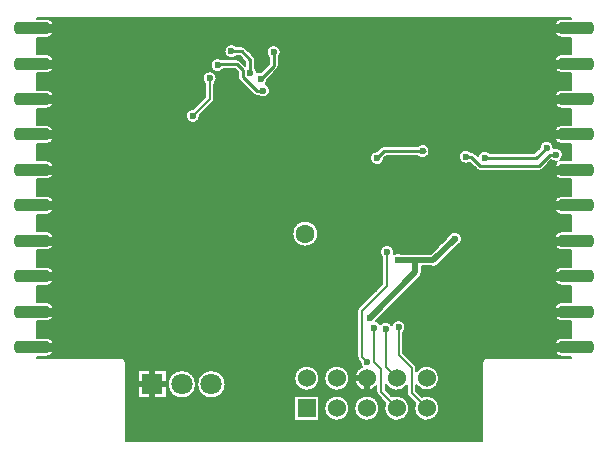
<source format=gbl>
G04 Layer_Physical_Order=2*
G04 Layer_Color=16711680*
%FSLAX24Y24*%
%MOIN*%
G70*
G01*
G75*
%ADD10C,0.0079*%
%ADD30C,0.0315*%
%ADD31C,0.0197*%
%ADD32C,0.0098*%
%ADD45C,0.0709*%
%ADD46R,0.0709X0.0709*%
%ADD47C,0.0630*%
G04:AMPARAMS|DCode=48|XSize=118.1mil|YSize=39.4mil|CornerRadius=9.8mil|HoleSize=0mil|Usage=FLASHONLY|Rotation=0.000|XOffset=0mil|YOffset=0mil|HoleType=Round|Shape=RoundedRectangle|*
%AMROUNDEDRECTD48*
21,1,0.1181,0.0197,0,0,0.0*
21,1,0.0984,0.0394,0,0,0.0*
1,1,0.0197,0.0492,-0.0098*
1,1,0.0197,-0.0492,-0.0098*
1,1,0.0197,-0.0492,0.0098*
1,1,0.0197,0.0492,0.0098*
%
%ADD48ROUNDEDRECTD48*%
%ADD49C,0.0600*%
%ADD50R,0.0600X0.0600*%
%ADD51C,0.0236*%
D10*
X28110Y30669D02*
G03*
X27953Y30827I-157J0D01*
G01*
X28110Y30669D02*
G03*
X27953Y30827I-157J0D01*
G01*
X25492Y30866D02*
G03*
X25709Y31083I0J217D01*
G01*
Y31280D02*
G03*
X25492Y31496I-217J0D01*
G01*
X30453Y29941D02*
G03*
X30453Y29941I-472J0D01*
G01*
X25492Y32047D02*
G03*
X25709Y32264I0J217D01*
G01*
Y32461D02*
G03*
X25492Y32677I-217J0D01*
G01*
Y33228D02*
G03*
X25709Y33445I0J217D01*
G01*
Y33642D02*
G03*
X25492Y33858I-217J0D01*
G01*
Y34409D02*
G03*
X25709Y34626I0J217D01*
G01*
X31437Y29941D02*
G03*
X31437Y29941I-472J0D01*
G01*
X34562Y30144D02*
G03*
X34562Y30144I-418J0D01*
G01*
X25709Y34823D02*
G03*
X25492Y35039I-217J0D01*
G01*
Y35591D02*
G03*
X25709Y35807I0J217D01*
G01*
X25492Y36772D02*
G03*
X25709Y36988I0J217D01*
G01*
Y36004D02*
G03*
X25492Y36220I-217J0D01*
G01*
X25709Y37185D02*
G03*
X25492Y37402I-217J0D01*
G01*
X25709Y38366D02*
G03*
X25492Y38583I-217J0D01*
G01*
Y37953D02*
G03*
X25709Y38169I0J217D01*
G01*
X30359Y39126D02*
G03*
X30582Y38890I-13J-236D01*
G01*
X25492Y39134D02*
G03*
X25709Y39350I0J217D01*
G01*
Y39547D02*
G03*
X25492Y39764I-217J0D01*
G01*
X31017Y39338D02*
G03*
X31063Y39449I-111J111D01*
G01*
X31017Y39338D02*
G03*
X31063Y39449I-111J112D01*
G01*
Y39962D02*
G03*
X31142Y40138I-157J176D01*
G01*
X31841Y40197D02*
G03*
X31890Y40079I167J0D01*
G01*
X31841Y40197D02*
G03*
X31890Y40079I167J0D01*
G01*
X25492Y40315D02*
G03*
X25709Y40532I0J217D01*
G01*
Y40728D02*
G03*
X25492Y40945I-217J0D01*
G01*
Y41496D02*
G03*
X25709Y41713I0J217D01*
G01*
Y41909D02*
G03*
X25492Y42126I-217J0D01*
G01*
X31142Y40138D02*
G03*
X30748Y39962I-236J0D01*
G01*
X31302Y40778D02*
G03*
X31363Y40443I-131J-197D01*
G01*
X31929Y40729D02*
G03*
X31811Y40778I-118J-118D01*
G01*
X31929Y40729D02*
G03*
X31811Y40778I-118J-118D01*
G01*
X31801Y41211D02*
G03*
X31801Y40876I-167J-167D01*
G01*
X34528Y34961D02*
G03*
X34528Y34961I-433J0D01*
G01*
X32352Y39616D02*
G03*
X32470Y39567I118J118D01*
G01*
X32352Y39616D02*
G03*
X32470Y39567I118J118D01*
G01*
X32923Y39734D02*
G03*
X32770Y39956I-236J0D01*
G01*
X32520Y39567D02*
G03*
X32923Y39734I167J167D01*
G01*
X32431Y40758D02*
G03*
X32382Y40876I-167J0D01*
G01*
X32498Y40337D02*
G03*
X32431Y40472I-234J-32D01*
G01*
X32608Y40364D02*
G03*
X32498Y40337I0J-236D01*
G01*
X32431Y40758D02*
G03*
X32382Y40876I-167J0D01*
G01*
X32097Y41162D02*
G03*
X31978Y41211I-118J-118D01*
G01*
X32097Y41162D02*
G03*
X31978Y41211I-118J-118D01*
G01*
X32770Y39956D02*
G03*
X32844Y40128I-161J172D01*
G01*
X33160Y40443D02*
G03*
X33209Y40561I-118J118D01*
G01*
X33160Y40443D02*
G03*
X33209Y40561I-118J118D01*
G01*
X33278Y41014D02*
G03*
X32874Y40847I-236J0D01*
G01*
X33209D02*
G03*
X33278Y41014I-167J167D01*
G01*
X35562Y29144D02*
G03*
X35562Y29144I-418J0D01*
G01*
X36562D02*
G03*
X36562Y29144I-418J0D01*
G01*
X36467Y29685D02*
G03*
X36513Y29574I157J0D01*
G01*
X36467Y29685D02*
G03*
X36513Y29573I157J0D01*
G01*
X37480Y29650D02*
G03*
X37526Y29538I157J0D01*
G01*
X37480Y29650D02*
G03*
X37527Y29538I157J0D01*
G01*
X35562Y30144D02*
G03*
X35562Y30144I-418J0D01*
G01*
X35980Y30528D02*
G03*
X36467Y29878I164J-385D01*
G01*
X36781Y29935D02*
G03*
X37480Y29896I362J209D01*
G01*
X35926Y30692D02*
G03*
X35980Y30528I236J-13D01*
G01*
X35827Y30856D02*
G03*
X35873Y30745I157J0D01*
G01*
X35827Y30856D02*
G03*
X35873Y30745I157J0D01*
G01*
X36976Y31910D02*
G03*
X36596Y31949I-204J-118D01*
G01*
X37441Y31850D02*
G03*
X36976Y31910I-236J0D01*
G01*
X37362Y31674D02*
G03*
X37441Y31850I-157J176D01*
G01*
X36765Y29321D02*
G03*
X37562Y29144I379J-178D01*
G01*
D02*
G03*
X36997Y29535I-418J0D01*
G01*
X37758Y29306D02*
G03*
X38562Y29144I385J-163D01*
G01*
D02*
G03*
X37981Y29529I-418J0D01*
G01*
X37795Y30482D02*
G03*
X37749Y30594I-157J0D01*
G01*
X37795Y30482D02*
G03*
X37749Y30594I-157J0D01*
G01*
X37795Y29913D02*
G03*
X38562Y30144I348J231D01*
G01*
D02*
G03*
X37795Y30375I-418J0D01*
G01*
X40157Y30827D02*
G03*
X40000Y30669I0J-157D01*
G01*
X40157Y30827D02*
G03*
X40000Y30669I0J-157D01*
G01*
X42402Y31083D02*
G03*
X42618Y30866I217J0D01*
G01*
Y31496D02*
G03*
X42402Y31280I0J-217D01*
G01*
X36456Y32050D02*
G03*
X36470Y32079I-206J116D01*
G01*
X35873Y32503D02*
G03*
X35827Y32392I111J-111D01*
G01*
X35873Y32503D02*
G03*
X35827Y32392I111J-112D01*
G01*
X36596Y31949D02*
G03*
X36456Y32050I-198J-128D01*
G01*
X37057Y34350D02*
G03*
X36663Y34174I-236J0D01*
G01*
X37270Y34301D02*
G03*
X37047Y34283I-94J-217D01*
G01*
X37047Y34283D02*
G03*
X37057Y34350I-226J67D01*
G01*
X36486Y37717D02*
G03*
X36722Y37480I0J-236D01*
G01*
X37919Y33528D02*
G03*
X37982Y33681I-153J153D01*
G01*
X37919Y33528D02*
G03*
X37982Y33681I-153J153D01*
G01*
X38302Y33868D02*
G03*
X38520Y33922I65J207D01*
G01*
X38302Y33868D02*
G03*
X38519Y33922I65J207D01*
G01*
X37835Y37549D02*
G03*
X38238Y37717I167J167D01*
G01*
X39171Y34573D02*
G03*
X39321Y34793I-86J220D01*
G01*
D02*
G03*
X38865Y34880I-236J0D01*
G01*
X39803Y37106D02*
G03*
X39921Y37057I118J118D01*
G01*
X39803Y37106D02*
G03*
X39921Y37057I118J118D01*
G01*
X39734Y37648D02*
G03*
X39616Y37697I-118J-118D01*
G01*
X39734Y37648D02*
G03*
X39616Y37697I-118J-118D01*
G01*
X40245Y37657D02*
G03*
X39847Y37535I-167J-167D01*
G01*
X36722Y37884D02*
G03*
X36604Y37835I0J-167D01*
G01*
X38238Y37717D02*
G03*
X37835Y37884I-236J0D01*
G01*
X36722D02*
G03*
X36604Y37835I0J-167D01*
G01*
X39616Y37697D02*
G03*
X39578Y37331I-167J-167D01*
G01*
X42402Y32264D02*
G03*
X42618Y32047I217J0D01*
G01*
Y32677D02*
G03*
X42402Y32461I0J-217D01*
G01*
Y33445D02*
G03*
X42618Y33228I217J0D01*
G01*
Y33858D02*
G03*
X42402Y33642I0J-217D01*
G01*
Y34626D02*
G03*
X42618Y34409I217J0D01*
G01*
Y35039D02*
G03*
X42402Y34823I0J-217D01*
G01*
Y35807D02*
G03*
X42618Y35591I217J0D01*
G01*
Y36220D02*
G03*
X42402Y36004I0J-217D01*
G01*
X41883Y37057D02*
G03*
X42002Y37106I0J167D01*
G01*
X41883Y37057D02*
G03*
X42002Y37106I0J167D01*
G01*
X42372Y37825D02*
G03*
X41900Y37825I-236J0D01*
G01*
X42483Y37355D02*
G03*
X42402Y37185I135J-170D01*
G01*
Y36988D02*
G03*
X42618Y36772I217J0D01*
G01*
X42301Y37406D02*
G03*
X42483Y37355I149J183D01*
G01*
X42687Y37589D02*
G03*
X42372Y37811I-236J0D01*
G01*
X42402Y38169D02*
G03*
X42618Y37953I217J0D01*
G01*
Y38583D02*
G03*
X42402Y38366I0J-217D01*
G01*
Y39350D02*
G03*
X42618Y39134I217J0D01*
G01*
Y39764D02*
G03*
X42402Y39547I0J-217D01*
G01*
X42618Y40945D02*
G03*
X42402Y40728I0J-217D01*
G01*
Y40531D02*
G03*
X42618Y40315I217J0D01*
G01*
Y42126D02*
G03*
X42402Y41909I0J-217D01*
G01*
Y41713D02*
G03*
X42618Y41496I217J0D01*
G01*
X42593Y37400D02*
G03*
X42687Y37589I-142J188D01*
G01*
X30906Y39449D02*
Y40138D01*
X30346Y38890D02*
X30906Y39449D01*
X36398Y30679D02*
Y31821D01*
Y30679D02*
X36624Y30453D01*
Y29685D02*
Y30453D01*
Y29685D02*
X37144Y29165D01*
Y29144D02*
Y29165D01*
X36772Y31791D02*
X36781Y31781D01*
Y30506D02*
Y31781D01*
Y30506D02*
X37144Y30144D01*
X37205Y30915D02*
Y31850D01*
Y30915D02*
X37638Y30482D01*
Y29650D02*
Y30482D01*
Y29650D02*
X38144Y29144D01*
X36821Y33228D02*
Y34350D01*
X35984Y32392D02*
X36821Y33228D01*
X35984Y30856D02*
Y32392D01*
Y30856D02*
X36161Y30679D01*
X28110Y29764D02*
X28524D01*
X28110Y29882D02*
X28524D01*
X28110Y29823D02*
X28524D01*
X28110Y29587D02*
X28524D01*
X28110Y29527D02*
X28524D01*
X28110Y29705D02*
X28524D01*
X28110Y29646D02*
X28524D01*
X28110Y30236D02*
X28524D01*
X28110Y30295D02*
X28524D01*
X28110Y28051D02*
Y30669D01*
X28524Y29469D02*
Y30413D01*
X28110Y30413D02*
X28524D01*
X28110Y29941D02*
X28524D01*
X28642Y28051D02*
Y29469D01*
X28583Y28051D02*
Y29469D01*
X28524D02*
X29469D01*
X28819Y28051D02*
Y29469D01*
X28878Y28051D02*
Y29469D01*
X28701Y28051D02*
Y29469D01*
X28760Y28051D02*
Y29469D01*
X28110Y30000D02*
X28524D01*
X28110Y30118D02*
X28524D01*
X28110Y30059D02*
X28524D01*
X28110Y30177D02*
X28524D01*
X28110Y30354D02*
X28524D01*
Y30413D02*
X29469D01*
X25157Y30827D02*
Y30866D01*
X25216Y30827D02*
Y30866D01*
X25157Y31496D02*
X25492D01*
X25394Y30827D02*
Y30866D01*
X25453Y30827D02*
Y30866D01*
X25276Y30827D02*
Y30866D01*
X25335Y30827D02*
Y30866D01*
X25157Y31496D02*
Y32047D01*
X25216Y31496D02*
Y32047D01*
X25157D02*
X25492D01*
X25394Y31496D02*
Y32047D01*
X25453Y31496D02*
Y32047D01*
X25276Y31496D02*
Y32047D01*
X25335Y31496D02*
Y32047D01*
X25512Y30827D02*
Y30867D01*
X25157Y30866D02*
X25492D01*
X25157Y30827D02*
X27953D01*
X25689D02*
Y30992D01*
X25571Y30827D02*
Y30881D01*
X25630Y30827D02*
Y30916D01*
X25512Y31495D02*
Y32048D01*
X25689Y31370D02*
Y32173D01*
X25709Y31083D02*
Y31280D01*
X25571Y31481D02*
Y32062D01*
X25630Y31447D02*
Y32097D01*
X29055Y28051D02*
Y29469D01*
X28937Y28051D02*
Y29469D01*
X28996Y28051D02*
Y29469D01*
X29232Y28051D02*
Y29469D01*
X29291Y28051D02*
Y29469D01*
X29114Y28051D02*
Y29469D01*
X29173Y28051D02*
Y29469D01*
X29409Y28051D02*
Y29469D01*
X29350Y28051D02*
Y29469D01*
X29587Y28051D02*
Y29680D01*
X29646Y28051D02*
Y29608D01*
X29468Y28051D02*
Y29469D01*
X29527Y28051D02*
Y29806D01*
X29941Y28051D02*
Y29470D01*
X29823Y28051D02*
Y29496D01*
X29882Y28051D02*
Y29479D01*
X30118Y28051D02*
Y29489D01*
X30177Y28051D02*
Y29511D01*
X30000Y28051D02*
Y29469D01*
X30059Y28051D02*
Y29475D01*
X30236Y28051D02*
Y29544D01*
X29705Y28051D02*
Y29557D01*
X29764Y28051D02*
Y29521D01*
X30413Y28051D02*
Y29752D01*
X30531Y28051D02*
Y29752D01*
X30295Y28051D02*
Y29589D01*
X30354Y28051D02*
Y29652D01*
X29469Y29882D02*
X29512D01*
X29469Y29941D02*
X29508D01*
X29469Y30000D02*
X29512D01*
X29469Y29705D02*
X29571D01*
X29469Y29646D02*
X29612D01*
X29469Y29823D02*
X29523D01*
X29469Y29764D02*
X29542D01*
X29469Y30118D02*
X29542D01*
X29469Y29469D02*
Y30413D01*
Y30059D02*
X29523D01*
X29469Y30177D02*
X29571D01*
X29469Y30236D02*
X29611D01*
X29469Y29527D02*
X29752D01*
X29469Y29587D02*
X29668D01*
X30389Y29705D02*
X30555D01*
X30438Y29823D02*
X30507D01*
X30418Y29764D02*
X30527D01*
X30453Y29941D02*
X30492D01*
X30449Y29882D02*
X30496D01*
X29469Y30295D02*
X29668D01*
X29469Y30354D02*
X29751D01*
X29469Y30413D02*
X29973D01*
X30449Y30000D02*
X30496D01*
X30438Y30059D02*
X30507D01*
X30418Y30118D02*
X30527D01*
X30389Y30177D02*
X30555D01*
X25748Y30827D02*
Y42165D01*
X25709Y32264D02*
Y32461D01*
X25925Y30827D02*
Y42165D01*
X25984Y30827D02*
Y42165D01*
X25807Y30827D02*
Y42165D01*
X25866Y30827D02*
Y42165D01*
X26161Y30827D02*
Y42165D01*
X26043Y30827D02*
Y42165D01*
X26102Y30827D02*
Y42165D01*
X26339Y30827D02*
Y42165D01*
X26398Y30827D02*
Y42165D01*
X26220Y30827D02*
Y42165D01*
X26279Y30827D02*
Y42165D01*
X26988Y30827D02*
Y42165D01*
X26870Y30827D02*
Y42165D01*
X26929Y30827D02*
Y42165D01*
X27165Y30827D02*
Y42165D01*
X27224Y30827D02*
Y42165D01*
X27047Y30827D02*
Y42165D01*
X27106Y30827D02*
Y42165D01*
X26575Y30827D02*
Y42165D01*
X26457Y30827D02*
Y42165D01*
X26516Y30827D02*
Y42165D01*
X26752Y30827D02*
Y42165D01*
X26811Y30827D02*
Y42165D01*
X26634Y30827D02*
Y42165D01*
X26693Y30827D02*
Y42165D01*
X25157Y32677D02*
Y33228D01*
X25216Y32677D02*
Y33228D01*
X25157D02*
X25492D01*
X25394Y32677D02*
Y33228D01*
X25453Y32677D02*
Y33228D01*
X25276Y32677D02*
Y33228D01*
X25335Y32677D02*
Y33228D01*
X25216Y33858D02*
Y34409D01*
X25157Y33858D02*
Y34409D01*
X25492D01*
X25394Y33858D02*
Y34409D01*
X25453Y33858D02*
Y34409D01*
X25276Y33858D02*
Y34409D01*
X25335Y33858D02*
Y34409D01*
X25157Y32677D02*
X25492D01*
X25630Y32628D02*
Y33278D01*
X25689Y32551D02*
Y33355D01*
X25512Y32676D02*
Y33229D01*
X25571Y32662D02*
Y33243D01*
X25512Y33857D02*
Y34410D01*
X25157Y33858D02*
X25492D01*
X25689Y33732D02*
Y34536D01*
X25709Y33445D02*
Y33642D01*
X25571Y33843D02*
Y34424D01*
X25630Y33809D02*
Y34459D01*
X29527Y30076D02*
Y42165D01*
X28701Y30413D02*
Y42165D01*
X28760Y30413D02*
Y42165D01*
X29587Y30202D02*
Y42165D01*
X29646Y30274D02*
Y42165D01*
X29705Y30325D02*
Y42165D01*
X29764Y30361D02*
Y42165D01*
X28287Y28051D02*
Y42165D01*
X28169Y28051D02*
Y42165D01*
X28228Y28051D02*
Y42165D01*
X28465Y28051D02*
Y42165D01*
X28524Y28051D02*
Y42165D01*
X28346Y28051D02*
Y42165D01*
X28405Y28051D02*
Y42165D01*
X30295Y30293D02*
Y38659D01*
X30177Y30370D02*
Y38725D01*
X30236Y30338D02*
Y38681D01*
X30472Y28051D02*
Y38690D01*
X30531Y30130D02*
Y38743D01*
X30354Y30230D02*
Y38654D01*
X30413Y30130D02*
Y38663D01*
X29823Y30386D02*
Y42165D01*
X29882Y30403D02*
Y42165D01*
X29941Y30412D02*
Y42165D01*
X30118Y30393D02*
Y38828D01*
X30590Y30229D02*
Y38911D01*
X30000Y30413D02*
Y42165D01*
X30059Y30407D02*
Y42165D01*
X27815Y30827D02*
Y42165D01*
X27697Y30827D02*
Y42165D01*
X27756Y30827D02*
Y42165D01*
X27992Y30822D02*
Y42165D01*
X28051Y30792D02*
Y42165D01*
X27874Y30827D02*
Y42165D01*
X27933Y30827D02*
Y42165D01*
X27402Y30827D02*
Y42165D01*
X27283Y30827D02*
Y42165D01*
X27342Y30827D02*
Y42165D01*
X27579Y30827D02*
Y42165D01*
X27638Y30827D02*
Y42165D01*
X27461Y30827D02*
Y42165D01*
X27520Y30827D02*
Y42165D01*
X29232Y30413D02*
Y42165D01*
X29114Y30413D02*
Y42165D01*
X29173Y30413D02*
Y42165D01*
X29409Y30413D02*
Y42165D01*
X29468Y30413D02*
Y42165D01*
X29291Y30413D02*
Y42165D01*
X29350Y30413D02*
Y42165D01*
X28642Y30413D02*
Y42165D01*
X28819Y30413D02*
Y42165D01*
X28110Y30673D02*
Y42165D01*
X28583Y30413D02*
Y42165D01*
X28996Y30413D02*
Y42165D01*
X29055Y30413D02*
Y42165D01*
X28878Y30413D02*
Y42165D01*
X28937Y30413D02*
Y42165D01*
X28110Y28996D02*
X33726D01*
X28110Y29232D02*
X33726D01*
X28110Y29173D02*
X33726D01*
X28110Y28819D02*
X33726D01*
X28110Y28760D02*
X33726D01*
X28110Y28937D02*
X33726D01*
X28110Y28878D02*
X33726D01*
X30590Y28051D02*
Y29652D01*
X28110Y29350D02*
X33726D01*
X28110Y29291D02*
X33726D01*
X30768Y28051D02*
Y29511D01*
X30827Y28051D02*
Y29489D01*
X30650Y28051D02*
Y29589D01*
X30709Y28051D02*
Y29544D01*
X28110Y28287D02*
X40000D01*
X28110Y28405D02*
X40000D01*
X28110Y28346D02*
X40000D01*
X28110Y28110D02*
X40000D01*
X28110Y28051D02*
X40000D01*
X28110Y28228D02*
X40000D01*
X28110Y28169D02*
X40000D01*
X28110Y28701D02*
X40000D01*
X28110Y29114D02*
X33726D01*
X28110Y29055D02*
X33726D01*
X28110Y28524D02*
X40000D01*
X28110Y28465D02*
X40000D01*
X28110Y28642D02*
X40000D01*
X28110Y28583D02*
X40000D01*
X28110Y29409D02*
X33726D01*
X30209Y29527D02*
X30736D01*
X28110Y29468D02*
X33726D01*
X30349Y29646D02*
X30596D01*
X30293Y29587D02*
X30652D01*
X30349Y30236D02*
X30596D01*
X30293Y30295D02*
X30652D01*
X28110Y30472D02*
X33885D01*
X25694Y31358D02*
X35827D01*
X25708Y31299D02*
X35827D01*
X30209Y30354D02*
X30736D01*
X29988Y30413D02*
X30957D01*
X28110Y30531D02*
X33987D01*
X27957Y30827D02*
X35830D01*
X25659Y30945D02*
X35827D01*
X25582Y30886D02*
X35827D01*
X28110Y30650D02*
X35927D01*
X28110Y30590D02*
X35942D01*
X28076Y30768D02*
X35854D01*
X28105Y30709D02*
X35909D01*
X25659Y31417D02*
X35827D01*
X25694Y31004D02*
X35827D01*
X25157Y31535D02*
X35827D01*
X25582Y31476D02*
X35827D01*
X25709Y31122D02*
X35827D01*
X25708Y31063D02*
X35827D01*
X25709Y31240D02*
X35827D01*
X25709Y31181D02*
X35827D01*
X31004Y28051D02*
Y29470D01*
X30886Y28051D02*
Y29475D01*
X30945Y28051D02*
Y29469D01*
X31181Y28051D02*
Y29521D01*
X33779Y28051D02*
Y28726D01*
X31063Y28051D02*
Y29479D01*
X31122Y28051D02*
Y29495D01*
X31299Y28051D02*
Y29607D01*
X31240Y28051D02*
Y29557D01*
X31193Y29527D02*
X33726D01*
X31358Y28051D02*
Y29680D01*
X31417Y28051D02*
Y29806D01*
X33726Y28726D02*
Y29562D01*
X33779D02*
Y29938D01*
X33957Y28051D02*
Y28726D01*
X33839Y28051D02*
Y28726D01*
X33898Y28051D02*
Y28726D01*
X34134Y28051D02*
Y28726D01*
X34193Y28051D02*
Y28726D01*
X34016Y28051D02*
Y28726D01*
X34075Y28051D02*
Y28726D01*
X33726D02*
X34562D01*
X34134Y29562D02*
Y29726D01*
X33726Y29562D02*
X34562D01*
X34370Y28051D02*
Y28726D01*
X34429Y28051D02*
Y28726D01*
X34252Y28051D02*
Y28726D01*
X34311Y28051D02*
Y28726D01*
X31422Y29823D02*
X33876D01*
X31433Y30000D02*
X33751D01*
X31433Y29882D02*
X33818D01*
X33898Y29562D02*
Y29806D01*
X33957Y29562D02*
Y29770D01*
X31437Y29941D02*
X33778D01*
X33839Y29562D02*
Y29858D01*
X31277Y30295D02*
X33754D01*
X31193Y30354D02*
X33782D01*
X30972Y30413D02*
X33824D01*
X31403Y30118D02*
X33726D01*
X31422Y30059D02*
X33734D01*
X31374Y30177D02*
X33727D01*
X31333Y30236D02*
X33736D01*
X31277Y29587D02*
X36501D01*
X31374Y29705D02*
X36467D01*
X31333Y29646D02*
X36472D01*
X34193Y29562D02*
Y29728D01*
X34252Y29562D02*
Y29740D01*
X34016Y29562D02*
Y29746D01*
X34075Y29562D02*
Y29731D01*
X34311Y29562D02*
Y29760D01*
X31403Y29764D02*
X33969D01*
X34300Y30531D02*
X34987D01*
X34370Y29562D02*
Y29792D01*
X34318Y29764D02*
X34969D01*
X34412Y29823D02*
X34876D01*
X34402Y30472D02*
X34885D01*
X25157Y31831D02*
X35827D01*
X25157Y31949D02*
X35827D01*
X25157Y31890D02*
X35827D01*
X25157Y31653D02*
X35827D01*
X25157Y31594D02*
X35827D01*
X25157Y31772D02*
X35827D01*
X25157Y31713D02*
X35827D01*
X30650Y30293D02*
Y38971D01*
X30709Y30338D02*
Y39030D01*
X30768Y30370D02*
Y39089D01*
X30827Y30393D02*
Y39148D01*
X30886Y30407D02*
Y39207D01*
X30945Y30413D02*
Y39266D01*
X31004Y30412D02*
Y39325D01*
X25157Y32008D02*
X35827D01*
X25659Y32126D02*
X35827D01*
X25582Y32067D02*
X35827D01*
X25708Y32244D02*
X35827D01*
X25694Y32185D02*
X35827D01*
X25709Y32362D02*
X35827D01*
X25709Y32303D02*
X35827D01*
X25582Y32657D02*
X36027D01*
X25157Y32716D02*
X36086D01*
X25157Y32776D02*
X36145D01*
X25709Y32421D02*
X35830D01*
X25708Y32480D02*
X35854D01*
X25694Y32539D02*
X35909D01*
X25659Y32598D02*
X35968D01*
X25157Y33071D02*
X36441D01*
X25157Y33130D02*
X36500D01*
X25157Y33189D02*
X36559D01*
X25157Y32835D02*
X36204D01*
X25157Y32894D02*
X36263D01*
X25157Y32953D02*
X36323D01*
X25157Y33012D02*
X36382D01*
X25157Y34193D02*
X36645D01*
X25157Y34311D02*
X36588D01*
X25157Y34252D02*
X36606D01*
X25157Y34370D02*
X36585D01*
X25582Y33248D02*
X36618D01*
X25582Y34429D02*
X36598D01*
X25659Y34488D02*
X36629D01*
X25659Y33307D02*
X36663D01*
X25708Y33425D02*
X36663D01*
X25694Y33366D02*
X36663D01*
X25709Y33543D02*
X36663D01*
X25709Y33484D02*
X36663D01*
X25708Y33661D02*
X36663D01*
X25709Y33602D02*
X36663D01*
X25157Y34016D02*
X36663D01*
X25157Y33957D02*
X36663D01*
X25157Y34134D02*
X36663D01*
X25157Y34075D02*
X36663D01*
X25659Y33779D02*
X36663D01*
X25694Y33720D02*
X36663D01*
X25157Y33898D02*
X36663D01*
X25582Y33839D02*
X36663D01*
X32008Y28051D02*
Y39960D01*
X31890Y28051D02*
Y40078D01*
X31949Y28051D02*
Y40019D01*
X32185Y28051D02*
Y39783D01*
X32244Y28051D02*
Y39724D01*
X32067Y28051D02*
Y39901D01*
X32126Y28051D02*
Y39842D01*
X31594Y28051D02*
Y40443D01*
X31476Y28051D02*
Y40443D01*
X31535Y28051D02*
Y40443D01*
X31772Y28051D02*
Y40413D01*
X31831Y28051D02*
Y40354D01*
X31653Y28051D02*
Y40443D01*
X31713Y28051D02*
Y40443D01*
X32598Y28051D02*
Y39515D01*
X32480Y28051D02*
Y39567D01*
X32539Y28051D02*
Y39550D01*
X32776Y28051D02*
Y39515D01*
X32835Y28051D02*
Y39550D01*
X32657Y28051D02*
Y39500D01*
X32716Y28051D02*
Y39500D01*
X32421Y28051D02*
Y39574D01*
X32303Y28051D02*
Y39665D01*
X32362Y28051D02*
Y39607D01*
X33425Y28051D02*
Y42165D01*
X33484Y28051D02*
Y42165D01*
X32894Y28051D02*
Y39620D01*
X33366Y28051D02*
Y42165D01*
X31181Y30361D02*
Y40345D01*
X31063Y30403D02*
Y39445D01*
X31122Y30386D02*
Y40043D01*
X33012Y28051D02*
Y40295D01*
X33071Y28051D02*
Y40354D01*
X31240Y30325D02*
Y40355D01*
X32953Y28051D02*
Y40236D01*
X31417Y30076D02*
Y40443D01*
X31299Y30274D02*
Y40382D01*
X31358Y30202D02*
Y40436D01*
X33248Y28051D02*
Y40899D01*
X33307Y28051D02*
Y42165D01*
X33130Y28051D02*
Y40413D01*
X33189Y28051D02*
Y40482D01*
X33898Y30482D02*
Y34575D01*
X33957Y30518D02*
Y34550D01*
X34016Y30542D02*
Y34535D01*
X34075Y30556D02*
Y34528D01*
X34252Y30548D02*
Y34557D01*
X34134Y30562D02*
Y34529D01*
X34193Y30559D02*
Y34539D01*
X33661Y28051D02*
Y42165D01*
X33720Y28051D02*
Y34742D01*
X33543Y28051D02*
Y42165D01*
X33602Y28051D02*
Y42165D01*
X33779Y30349D02*
Y34663D01*
X33839Y30429D02*
Y34611D01*
X34311Y30527D02*
Y34586D01*
X34370Y30495D02*
Y34627D01*
X25157Y35039D02*
Y35591D01*
X25216Y36220D02*
Y36772D01*
Y35039D02*
Y35591D01*
X25276Y35039D02*
Y35591D01*
X25335Y35039D02*
Y35591D01*
X25276Y36220D02*
Y36772D01*
X25335Y36220D02*
Y36772D01*
X25157Y36220D02*
Y36772D01*
Y37402D02*
Y37953D01*
X25216Y38583D02*
Y39134D01*
Y37402D02*
Y37953D01*
X25276Y37402D02*
Y37953D01*
Y38583D02*
Y39134D01*
X25335Y37402D02*
Y37953D01*
X25157Y35039D02*
X25492D01*
X25157Y36220D02*
X25492D01*
X25157Y35591D02*
X25492D01*
X25453Y35039D02*
Y35591D01*
X25394Y36220D02*
Y36772D01*
Y35039D02*
Y35591D01*
X25157Y36772D02*
X25492D01*
X25157Y37953D02*
X25492D01*
X25157Y37402D02*
X25492D01*
X25394D02*
Y37953D01*
X25453Y36220D02*
Y36772D01*
X25335Y38583D02*
Y39134D01*
X25453Y37402D02*
Y37953D01*
X25157Y38583D02*
X25492D01*
X25157Y38917D02*
X30111D01*
X25157Y38858D02*
X30112D01*
X25394Y38583D02*
Y39134D01*
X25453Y38583D02*
Y39134D01*
X25157Y38583D02*
Y39134D01*
Y38976D02*
X30126D01*
X25157Y39134D02*
X25492D01*
X25157Y40315D02*
X25492D01*
X25157Y39764D02*
X25492D01*
X25276D02*
Y40315D01*
X25335Y39764D02*
Y40315D01*
X25157Y39764D02*
Y40315D01*
X25216Y39764D02*
Y40315D01*
X25157Y39094D02*
X30228D01*
X25157Y39862D02*
X30748D01*
X25157Y39803D02*
X30748D01*
X25157Y38740D02*
X30163D01*
X25157Y38681D02*
X30235D01*
X25157Y38799D02*
X30128D01*
X25157Y39035D02*
X30160D01*
X25157Y40157D02*
X30670D01*
X25157Y40216D02*
X30683D01*
X25157Y40276D02*
X30714D01*
X25157Y39980D02*
X30730D01*
X25157Y39921D02*
X30748D01*
X25157Y40098D02*
X30673D01*
X25157Y40039D02*
X30691D01*
X25571Y35025D02*
Y35605D01*
X25512Y36220D02*
Y36773D01*
Y35038D02*
Y35591D01*
X25630Y34990D02*
Y35640D01*
X25689Y36094D02*
Y36898D01*
X25571Y36206D02*
Y36786D01*
X25630Y36171D02*
Y36821D01*
X25571Y37387D02*
Y37968D01*
X25512Y38582D02*
Y39135D01*
Y37401D02*
Y37954D01*
X25630Y37352D02*
Y38002D01*
X25689Y38456D02*
Y39260D01*
X25571Y38568D02*
Y39149D01*
X25630Y38533D02*
Y39183D01*
X25689Y34913D02*
Y35717D01*
X25709Y34626D02*
Y34823D01*
Y36988D02*
Y37185D01*
Y35807D02*
Y36004D01*
X25689Y37275D02*
Y38079D01*
X25709Y38169D02*
Y38366D01*
X30582Y38903D02*
X31017Y39338D01*
X25582Y39153D02*
X30387D01*
X25659Y39213D02*
X30446D01*
X25694Y39272D02*
X30505D01*
X25708Y39331D02*
X30564D01*
X25709Y39390D02*
X30623D01*
X25709Y39449D02*
X30682D01*
X25709Y39350D02*
Y39547D01*
X25659Y39685D02*
X30748D01*
X30709Y39475D02*
Y40007D01*
X30359Y39126D02*
X30748Y39514D01*
X25709Y39508D02*
X30741D01*
X30748Y39514D02*
Y39962D01*
X25708Y39567D02*
X30748D01*
X25583Y39744D02*
X30748D01*
X25694Y39626D02*
X30748D01*
X31063Y39449D02*
Y39962D01*
X31082Y39980D02*
X31988D01*
X31120Y40039D02*
X31929D01*
X31097Y40276D02*
X31841D01*
X31128Y40216D02*
X31841D01*
X31141Y40157D02*
X31845D01*
X31138Y40098D02*
X31873D01*
X25394Y39764D02*
Y40315D01*
X25453Y39764D02*
Y40315D01*
X25630Y39714D02*
Y40364D01*
X25689Y39638D02*
Y40441D01*
X25512Y39763D02*
Y40316D01*
X25571Y39749D02*
Y40330D01*
Y40930D02*
Y41511D01*
X25630Y40895D02*
Y41546D01*
X30118Y38952D02*
Y42165D01*
X30177Y39055D02*
Y42165D01*
X25689Y40819D02*
Y41622D01*
X25709Y40532D02*
Y40728D01*
X25582Y40335D02*
X30775D01*
X25694Y40453D02*
X30973D01*
X25659Y40394D02*
X31027D01*
X25709Y40571D02*
X30935D01*
X25708Y40512D02*
X30945D01*
X25709Y40630D02*
X30940D01*
X25709Y40689D02*
X30961D01*
X25694Y40807D02*
X31104D01*
X25583Y40925D02*
X31429D01*
X25659Y40866D02*
X31478D01*
X30236Y39099D02*
Y42165D01*
X30295Y39120D02*
Y42165D01*
X30354Y39126D02*
Y42165D01*
X25708Y40748D02*
X31004D01*
X25157Y40945D02*
Y41496D01*
X25216Y40945D02*
Y41496D01*
X25157D02*
X25492D01*
X25394Y40945D02*
Y41496D01*
X25453Y40945D02*
Y41496D01*
X25276Y40945D02*
Y41496D01*
X25335Y40945D02*
Y41496D01*
X25216Y42126D02*
Y42165D01*
X25157Y42126D02*
Y42165D01*
Y42126D02*
X25492D01*
X25394D02*
Y42165D01*
X25453Y42126D02*
Y42165D01*
X25276Y42126D02*
Y42165D01*
X25335Y42126D02*
Y42165D01*
X25157Y41161D02*
X31429D01*
X25157Y41220D02*
X31478D01*
X25157Y41279D02*
X31628D01*
X25157Y40945D02*
X25492D01*
X25157Y40984D02*
X31405D01*
X25157Y41043D02*
X31398D01*
X25157Y41102D02*
X31405D01*
X25512Y40944D02*
Y41497D01*
Y42125D02*
Y42165D01*
X25689Y42000D02*
Y42165D01*
X25709Y41713D02*
Y41909D01*
X25571Y42111D02*
Y42165D01*
X25630Y42077D02*
Y42165D01*
X30413Y39180D02*
Y42165D01*
X30531Y39298D02*
Y42165D01*
X30590Y39357D02*
Y42165D01*
X30650Y39416D02*
Y42165D01*
X31063Y40314D02*
Y40371D01*
X30945Y40371D02*
Y40513D01*
X31004Y40353D02*
Y40414D01*
X30472Y39239D02*
Y42165D01*
X30709Y40268D02*
Y42165D01*
X30768Y40330D02*
Y42165D01*
X30827Y40360D02*
Y42165D01*
X30886Y40373D02*
Y42165D01*
X30945Y40648D02*
Y42165D01*
X31004Y40747D02*
Y42165D01*
X31122Y40232D02*
Y40350D01*
X31036Y40335D02*
X31841D01*
X31742Y40443D02*
X31841Y40344D01*
Y40197D02*
Y40344D01*
X31363Y40443D02*
X31742D01*
X31315Y40394D02*
X31791D01*
X31713Y40778D02*
Y40821D01*
X31949Y40709D02*
Y40836D01*
X31831Y40776D02*
Y40876D01*
X31890Y40758D02*
Y40876D01*
X31299Y40779D02*
Y42165D01*
X31122Y40812D02*
Y42165D01*
X31240Y40807D02*
Y42165D01*
X31535Y40778D02*
Y40829D01*
X31594Y40778D02*
Y40810D01*
X31417Y40778D02*
Y40949D01*
X31476Y40778D02*
Y40867D01*
X31358Y40778D02*
Y42165D01*
X31063Y40791D02*
Y42165D01*
X31181Y40817D02*
Y42165D01*
X31417Y41138D02*
Y42165D01*
X31476Y41219D02*
Y42165D01*
X31535Y41258D02*
Y42165D01*
X31594Y41276D02*
Y42165D01*
X31653Y40778D02*
Y40808D01*
X31302Y40778D02*
X31811D01*
X31239Y40807D02*
X31978D01*
X31772Y40778D02*
Y40851D01*
X31790Y40866D02*
X31919D01*
X31801Y40876D02*
X31909D01*
X31801Y41211D02*
X31978D01*
X31772Y41235D02*
Y42165D01*
X31653Y41279D02*
Y42165D01*
X31713Y41266D02*
Y42165D01*
X31949Y41211D02*
Y42165D01*
X32008Y41208D02*
Y42165D01*
X31831Y41211D02*
Y42165D01*
X31890Y41211D02*
Y42165D01*
X25659Y34961D02*
X33661D01*
X25582Y35020D02*
X33665D01*
X25157Y35079D02*
X33678D01*
X25708Y34606D02*
X33846D01*
X25694Y34547D02*
X33966D01*
X25694Y34902D02*
X33665D01*
X25708Y34842D02*
X33678D01*
X25157Y35138D02*
X33699D01*
X25157Y35197D02*
X33731D01*
X25157Y35256D02*
X33778D01*
X25157Y35315D02*
X33845D01*
X25157Y35374D02*
X33965D01*
X25708Y36024D02*
X42402D01*
X25708Y35787D02*
X42402D01*
X25157Y35433D02*
X42953D01*
X25157Y35551D02*
X42953D01*
X25157Y35492D02*
X42953D01*
X25659Y35669D02*
X42451D01*
X25582Y35610D02*
X42528D01*
X25694Y36083D02*
X42416D01*
X25694Y35728D02*
X42416D01*
X25157Y36378D02*
X42953D01*
X25157Y36496D02*
X42953D01*
X25157Y36437D02*
X42953D01*
X25659Y36142D02*
X42451D01*
X25582Y36201D02*
X42528D01*
X25157Y36319D02*
X42953D01*
X25157Y36260D02*
X42953D01*
X25157Y37441D02*
X36253D01*
X25157Y37500D02*
X36251D01*
X25157Y37559D02*
X36263D01*
X25694Y37264D02*
X36392D01*
X25708Y37205D02*
X39704D01*
X25582Y37382D02*
X36272D01*
X25659Y37323D02*
X36310D01*
X25157Y37618D02*
X36294D01*
X25157Y37677D02*
X36356D01*
X25157Y37736D02*
X36505D01*
X25157Y37795D02*
X36564D01*
X25157Y37854D02*
X36627D01*
X25157Y37913D02*
X37871D01*
X25582Y37972D02*
X41951D01*
X25157Y36555D02*
X42953D01*
X25157Y36673D02*
X42953D01*
X25157Y36614D02*
X42953D01*
X25582Y36791D02*
X42528D01*
X25157Y36732D02*
X42953D01*
X25694Y36909D02*
X42416D01*
X25659Y36850D02*
X42451D01*
X25659Y38031D02*
X42021D01*
X25659Y38504D02*
X42451D01*
X25583Y38563D02*
X42528D01*
X25157Y38622D02*
X42953D01*
X25708Y36968D02*
X42402D01*
X25694Y38090D02*
X42416D01*
X25708Y38150D02*
X42402D01*
X25694Y38445D02*
X42416D01*
X25709Y34665D02*
X33778D01*
X25709Y34783D02*
X33699D01*
X25709Y34724D02*
X33732D01*
X34223Y34547D02*
X36690D01*
X34343Y34606D02*
X38591D01*
X34411Y34665D02*
X38650D01*
X25709Y37087D02*
X39826D01*
X25709Y37146D02*
X39763D01*
X25709Y38268D02*
X42402D01*
X25709Y35905D02*
X42402D01*
X25709Y35846D02*
X42402D01*
X25709Y37027D02*
X42402D01*
X25709Y35965D02*
X42402D01*
X25709Y38209D02*
X42402D01*
X25709Y38327D02*
X42402D01*
X25708Y38386D02*
X42402D01*
X34344Y35315D02*
X42953D01*
X34411Y35256D02*
X42953D01*
X30457Y38681D02*
X42953D01*
X34224Y35374D02*
X42953D01*
X30529Y38740D02*
X42953D01*
X30580Y38858D02*
X42953D01*
X30564Y38799D02*
X42953D01*
X30655Y38976D02*
X42953D01*
X30596Y38917D02*
X42953D01*
X30773Y39094D02*
X42953D01*
X30714Y39035D02*
X42953D01*
X31051Y39390D02*
X42402D01*
X31063Y39626D02*
X32342D01*
X31063Y39567D02*
X32520D01*
X31063Y39508D02*
X32620D01*
X32470Y39567D02*
X32520D01*
X31063Y39685D02*
X32283D01*
X31063Y39803D02*
X32165D01*
X31063Y39744D02*
X32224D01*
X31063Y39921D02*
X32047D01*
X31063Y39862D02*
X32106D01*
X30832Y39153D02*
X42528D01*
X30951Y39272D02*
X42416D01*
X30892Y39213D02*
X42451D01*
X31063Y39449D02*
X42402D01*
X31010Y39331D02*
X42402D01*
X32754Y39508D02*
X42402D01*
X32854Y39567D02*
X42402D01*
X32831Y39921D02*
X42953D01*
X32886Y39862D02*
X42953D01*
X32827Y40039D02*
X42953D01*
X32793Y39980D02*
X42953D01*
X32897Y39626D02*
X42416D01*
X32918Y39685D02*
X42451D01*
X32923Y39744D02*
X42528D01*
X32913Y39803D02*
X42953D01*
X31890Y40079D02*
X32352Y39616D01*
X31906Y40748D02*
X32037D01*
X31929Y40729D02*
X32096Y40561D01*
X32067Y40591D02*
Y40718D01*
X32096Y40561D02*
Y40689D01*
X31969Y40689D02*
X32096D01*
X32028Y40630D02*
X32096D01*
X32008Y40650D02*
Y40777D01*
X31909Y40876D02*
X32096Y40689D01*
X32097Y41162D02*
X32382Y40876D01*
X32431Y40472D02*
Y40758D01*
X32362Y40896D02*
Y42165D01*
X32421Y40815D02*
Y42165D01*
X32431Y40512D02*
X32755D01*
X32431Y40571D02*
X32814D01*
X32431Y40630D02*
X32874D01*
X32483Y40394D02*
X32637D01*
X32448Y40453D02*
X32696D01*
X32333Y40925D02*
X32822D01*
X32391Y40866D02*
X32857D01*
X32480Y40400D02*
Y42165D01*
X32431Y40689D02*
X32874D01*
X32424Y40807D02*
X32874D01*
X32431Y40748D02*
X32874D01*
X31790Y41220D02*
X32927D01*
X32215Y41043D02*
X32807D01*
X32274Y40984D02*
X32807D01*
X32156Y41102D02*
X32822D01*
X32097Y41161D02*
X32857D01*
X32067Y41185D02*
Y42165D01*
X25709Y41870D02*
X42402D01*
X25709Y41811D02*
X42402D01*
X32244Y41014D02*
Y42165D01*
X32303Y40955D02*
Y42165D01*
X32126Y41132D02*
Y42165D01*
X32185Y41073D02*
Y42165D01*
X25157Y41339D02*
X42953D01*
X25157Y41457D02*
X42953D01*
X25157Y41398D02*
X42953D01*
X25582Y41516D02*
X42528D01*
X31640Y41279D02*
X42953D01*
X25694Y41634D02*
X42416D01*
X25659Y41575D02*
X42451D01*
X25659Y42047D02*
X42451D01*
X25583Y42106D02*
X42528D01*
X25157Y42165D02*
X42953D01*
X25157Y42165D02*
X42953D01*
X25709Y41752D02*
X42402D01*
X25708Y41693D02*
X42402D01*
X25708Y41929D02*
X42402D01*
X25694Y41988D02*
X42416D01*
X32835Y39919D02*
Y40060D01*
X32608Y40364D02*
X32874Y40630D01*
X32894Y39849D02*
Y40177D01*
X32844Y40128D02*
X33160Y40443D01*
X32539Y40354D02*
Y42165D01*
X32598Y40364D02*
Y42165D01*
X32657Y40414D02*
Y42165D01*
X33720Y35179D02*
Y42165D01*
X33779Y35258D02*
Y42165D01*
X33839Y35310D02*
Y42165D01*
X33898Y35346D02*
Y42165D01*
X32843Y40098D02*
X42953D01*
X32933Y40216D02*
X42953D01*
X32874Y40157D02*
X42953D01*
X34075Y35393D02*
Y42165D01*
X32992Y40276D02*
X42953D01*
X33111Y40394D02*
X42451D01*
X33052Y40335D02*
X42528D01*
X33957Y35371D02*
Y42165D01*
X34016Y35386D02*
Y42165D01*
X34134Y35392D02*
Y42165D01*
X34311Y35336D02*
Y42165D01*
X34370Y35295D02*
Y42165D01*
X34193Y35382D02*
Y42165D01*
X34252Y35364D02*
Y42165D01*
X32716Y40473D02*
Y42165D01*
X32835Y40591D02*
Y40900D01*
X32874Y40630D02*
Y40847D01*
X33209Y40561D02*
Y40847D01*
X32835Y41128D02*
Y42165D01*
X32894Y41198D02*
Y42165D01*
X32776Y40532D02*
Y42165D01*
X32953Y41233D02*
Y42165D01*
X33012Y41248D02*
Y42165D01*
X33189Y41198D02*
Y42165D01*
X33248Y41128D02*
Y42165D01*
X33071Y41248D02*
Y42165D01*
X33130Y41233D02*
Y42165D01*
X33169Y40453D02*
X42416D01*
X33209Y40571D02*
X42402D01*
X33201Y40512D02*
X42402D01*
X33209Y40689D02*
X42402D01*
X33209Y40630D02*
X42402D01*
X33209Y40748D02*
X42402D01*
X33209Y40807D02*
X42416D01*
X33226Y40866D02*
X42451D01*
X33156Y41220D02*
X42953D01*
X33226Y41161D02*
X42953D01*
X33260Y40925D02*
X42528D01*
X33276Y40984D02*
X42953D01*
X33260Y41102D02*
X42953D01*
X33276Y41043D02*
X42953D01*
X35020Y28051D02*
Y28744D01*
X34488Y28051D02*
Y28726D01*
X34547Y28051D02*
Y28726D01*
X35197Y28051D02*
Y28729D01*
X35256Y28051D02*
Y28741D01*
X35079Y28051D02*
Y28731D01*
X35138Y28051D02*
Y28726D01*
X34783Y28051D02*
Y28932D01*
X34562Y28726D02*
Y29562D01*
Y28760D02*
X34978D01*
X34961Y28051D02*
Y28768D01*
X35315Y28051D02*
Y28762D01*
X34842Y28051D02*
Y28854D01*
X34902Y28051D02*
Y28803D01*
X35374Y28051D02*
Y28795D01*
X35407Y28819D02*
X35880D01*
X35309Y28760D02*
X35978D01*
X35965Y28051D02*
Y28766D01*
X36024Y28051D02*
Y28743D01*
X35433Y28051D02*
Y28842D01*
X35905Y28051D02*
Y28800D01*
X35551Y28051D02*
Y29050D01*
X35492Y28051D02*
Y28912D01*
X35787Y28051D02*
Y28925D01*
X35846Y28051D02*
Y28850D01*
X35728Y28051D02*
Y29096D01*
X34562Y29055D02*
X34735D01*
X34562Y29173D02*
X34727D01*
X34562Y29114D02*
X34727D01*
X34562Y28878D02*
X34821D01*
X34562Y28819D02*
X34880D01*
X34562Y28996D02*
X34753D01*
X34562Y28937D02*
X34780D01*
X34562Y29232D02*
X34735D01*
X34562Y29291D02*
X34753D01*
X34562Y29350D02*
X34780D01*
X34562Y29409D02*
X34821D01*
X34562Y29468D02*
X34880D01*
X34562Y29527D02*
X34978D01*
X35079Y29557D02*
Y29731D01*
X35466Y28878D02*
X35821D01*
X35535Y28996D02*
X35753D01*
X35507Y28937D02*
X35780D01*
X35561Y29114D02*
X35727D01*
X35552Y29055D02*
X35735D01*
X35561Y29173D02*
X35727D01*
X35552Y29232D02*
X35735D01*
X35310Y29527D02*
X35978D01*
X35138Y29562D02*
Y29726D01*
X35197Y29558D02*
Y29729D01*
X35535Y29291D02*
X35752D01*
X35507Y29350D02*
X35780D01*
X35467Y29409D02*
X35821D01*
X35407Y29468D02*
X35880D01*
X36201Y28051D02*
Y28730D01*
X36083Y28051D02*
Y28730D01*
X36142Y28051D02*
Y28726D01*
X36378Y28051D02*
Y28797D01*
X36437Y28051D02*
Y28846D01*
X36260Y28051D02*
Y28742D01*
X36319Y28051D02*
Y28764D01*
X36555Y28051D02*
Y29069D01*
X36496Y28051D02*
Y28919D01*
X36466Y28878D02*
X36821D01*
X36732Y28051D02*
Y29070D01*
X36791Y28051D02*
Y28919D01*
X36614Y28051D02*
Y29472D01*
X36673Y28051D02*
Y29413D01*
X37027Y28051D02*
Y28742D01*
X36968Y28051D02*
Y28764D01*
X36309Y28760D02*
X36978D01*
X37205Y28051D02*
Y28730D01*
X37264Y28051D02*
Y28743D01*
X37087Y28051D02*
Y28730D01*
X37146Y28051D02*
Y28726D01*
X36909Y28051D02*
Y28797D01*
X36850Y28051D02*
Y28846D01*
X36407Y28819D02*
X36880D01*
X37441Y28051D02*
Y28850D01*
X37500Y28051D02*
Y28925D01*
X37323Y28051D02*
Y28766D01*
X37382Y28051D02*
Y28800D01*
X36467Y29409D02*
X36677D01*
X36310Y29527D02*
X36559D01*
X36407Y29468D02*
X36618D01*
X36561Y29173D02*
X36727D01*
X36561Y29114D02*
X36727D01*
X36732Y29218D02*
Y29354D01*
X36552Y29232D02*
X36735D01*
X36083Y29557D02*
Y29730D01*
X36142Y29562D02*
Y29726D01*
X36201Y29558D02*
Y29729D01*
X36496Y29369D02*
Y29593D01*
X36555Y29219D02*
Y29531D01*
X36507Y28937D02*
X36780D01*
X36507Y29350D02*
X36736D01*
X36513Y29573D02*
X36765Y29321D01*
X36552Y29055D02*
X36735D01*
X36535Y28996D02*
X36753D01*
X36535Y29291D02*
X36753D01*
X37500Y29363D02*
Y29574D01*
X37087Y29558D02*
Y29730D01*
X36945Y29587D02*
X37493D01*
X36827Y29705D02*
X37480D01*
X36886Y29646D02*
X37480D01*
X37146Y29562D02*
Y29726D01*
X37205Y29557D02*
Y29730D01*
X34429Y29562D02*
Y29838D01*
X34488Y29562D02*
Y29907D01*
X34470Y29882D02*
X34818D01*
X34783Y29356D02*
Y29932D01*
X34842Y29434D02*
Y29854D01*
X34902Y29485D02*
Y29803D01*
X34961Y29520D02*
Y29768D01*
X34547Y29562D02*
Y30034D01*
X34536Y30000D02*
X34751D01*
X34509Y29941D02*
X34778D01*
X34665Y28051D02*
Y42165D01*
X34724Y28051D02*
Y42165D01*
X34606Y28051D02*
Y42165D01*
X34553Y30059D02*
X34734D01*
X35315Y29525D02*
Y29762D01*
X35020Y29543D02*
Y29744D01*
X35256Y29546D02*
Y29741D01*
X35374Y29493D02*
Y29795D01*
X35433Y29446D02*
Y29842D01*
X35412Y29823D02*
X35876D01*
X35318Y29764D02*
X35969D01*
X35492Y29375D02*
Y29912D01*
X35470Y29882D02*
X35818D01*
X35551Y29238D02*
Y30050D01*
X35509Y29941D02*
X35778D01*
X35553Y30059D02*
X35734D01*
X35536Y30000D02*
X35751D01*
X34505Y30354D02*
X34782D01*
X34429Y30449D02*
Y34686D01*
X34463Y30413D02*
X34824D01*
X34561Y30118D02*
X34726D01*
X34560Y30177D02*
X34727D01*
X34551Y30236D02*
X34736D01*
X34533Y30295D02*
X34754D01*
X34547Y30253D02*
Y42165D01*
X34488Y30381D02*
Y34780D01*
X34783Y30356D02*
Y42165D01*
X34842Y30434D02*
Y42165D01*
X34902Y30485D02*
Y42165D01*
X34961Y30520D02*
Y42165D01*
X35020Y30543D02*
Y42165D01*
X35402Y30472D02*
X35885D01*
X35197Y30558D02*
Y42165D01*
X35300Y30531D02*
X35977D01*
X35551Y30236D02*
X35736D01*
X35533Y30295D02*
X35754D01*
X35505Y30354D02*
X35782D01*
X35463Y30413D02*
X35824D01*
X35256Y30546D02*
Y42165D01*
X35315Y30525D02*
Y42165D01*
X35079Y30557D02*
Y42165D01*
X35138Y30562D02*
Y42165D01*
X35492Y30375D02*
Y42165D01*
X35551Y30238D02*
Y42165D01*
X35374Y30493D02*
Y42165D01*
X35433Y30446D02*
Y42165D01*
X35905Y29487D02*
Y29800D01*
X35965Y29521D02*
Y29766D01*
X36024Y29544D02*
Y29743D01*
X36378Y29490D02*
Y29797D01*
X36437Y29442D02*
Y29846D01*
X36260Y29545D02*
Y29742D01*
X36319Y29523D02*
Y29764D01*
X35610Y28051D02*
Y42165D01*
X35669Y28051D02*
Y42165D01*
X35728Y29191D02*
Y30096D01*
X35787Y29362D02*
Y29925D01*
X35846Y29438D02*
Y29850D01*
X36467Y29685D02*
Y29878D01*
X36781Y29750D02*
X36997Y29535D01*
X36909Y29622D02*
Y29797D01*
X36968Y29563D02*
Y29764D01*
X37323Y29522D02*
Y29766D01*
X37382Y29487D02*
Y29800D01*
X37027Y29545D02*
Y29742D01*
X37264Y29544D02*
Y29743D01*
X36781Y29750D02*
Y29935D01*
X37441Y29438D02*
Y29850D01*
X37480Y29650D02*
Y29896D01*
X36791Y29741D02*
Y29919D01*
X36850Y29681D02*
Y29846D01*
X35561Y30118D02*
X35726D01*
X35560Y30177D02*
X35727D01*
X36412Y29823D02*
X36467D01*
X36318Y29764D02*
X36467D01*
X35905Y30487D02*
Y30712D01*
X35728Y30191D02*
Y42165D01*
X35787Y30362D02*
Y42165D01*
X35827Y30856D02*
Y32392D01*
X35846Y30438D02*
Y30780D01*
X35873Y30745D02*
X35926Y30692D01*
X36781Y29764D02*
X36969D01*
X36781Y29882D02*
X36818D01*
X36781Y29823D02*
X36876D01*
X37412D02*
X37480D01*
X37318Y29764D02*
X37480D01*
X37362Y30981D02*
Y31674D01*
X37382Y30961D02*
Y31694D01*
X36968Y31922D02*
Y32578D01*
X36948Y31949D02*
X36990D01*
X37441Y30902D02*
Y31844D01*
X37500Y30843D02*
Y33109D01*
X37441Y31856D02*
Y33050D01*
X37552Y29055D02*
X37735D01*
X37552Y29232D02*
X37735D01*
X37535Y29291D02*
X37752D01*
X37559Y28051D02*
Y29095D01*
X37736Y28051D02*
Y29050D01*
X37561Y29173D02*
X37727D01*
X37561Y29114D02*
X37727D01*
X37507Y29350D02*
X37714D01*
X37618Y28051D02*
Y29447D01*
X37677Y28051D02*
Y29388D01*
X37559Y29192D02*
Y29506D01*
X37736Y29237D02*
Y29329D01*
X37854Y28051D02*
Y28842D01*
X37407Y28819D02*
X37880D01*
X37309Y28760D02*
X37978D01*
X38031Y28051D02*
Y28741D01*
X38090Y28051D02*
Y28729D01*
X37913Y28051D02*
Y28795D01*
X37972Y28051D02*
Y28762D01*
X37466Y28878D02*
X37821D01*
X37527Y29538D02*
X37758Y29306D01*
X37507Y28937D02*
X37780D01*
X37795Y28051D02*
Y28913D01*
X37535Y28996D02*
X37753D01*
X37467Y29409D02*
X37655D01*
X37310Y29527D02*
X37537D01*
X37407Y29468D02*
X37596D01*
X37972Y29538D02*
Y29762D01*
X37795Y29715D02*
X37981Y29529D01*
X37913Y29597D02*
Y29795D01*
X37795Y29764D02*
X37969D01*
X37795Y29715D02*
Y29913D01*
X37854Y29656D02*
Y29842D01*
X37795Y29823D02*
X37876D01*
X37795Y30375D02*
Y30482D01*
Y30472D02*
X37885D01*
X37805Y29705D02*
X40000D01*
X37787Y30531D02*
X37987D01*
X38031Y29546D02*
Y29741D01*
X38090Y29558D02*
Y29729D01*
X37864Y29646D02*
X40000D01*
X37924Y29587D02*
X40000D01*
X37575Y30768D02*
X40034D01*
X37516Y30827D02*
X40153D01*
X37398Y30945D02*
X42451D01*
X37457Y30886D02*
X42528D01*
X37752Y30590D02*
X40000D01*
X37693Y30650D02*
X40000D01*
X37634Y30709D02*
X40005D01*
X38268Y28051D02*
Y28744D01*
X38150Y28051D02*
Y28726D01*
X38209Y28051D02*
Y28731D01*
X38327Y28051D02*
Y28768D01*
X38386Y28051D02*
Y28803D01*
X38445Y28051D02*
Y28854D01*
X38407Y28819D02*
X40000D01*
X38327Y29520D02*
Y29768D01*
X38209Y29557D02*
Y29731D01*
X38268Y29543D02*
Y29744D01*
X38504Y29356D02*
Y29931D01*
Y28051D02*
Y28931D01*
X38386Y29485D02*
Y29803D01*
X38445Y29434D02*
Y29854D01*
X38309Y28760D02*
X40000D01*
X38507Y28937D02*
X40000D01*
X38466Y28878D02*
X40000D01*
X38552Y29055D02*
X40000D01*
X38535Y28996D02*
X40000D01*
X38561Y29173D02*
X40000D01*
X38561Y29114D02*
X40000D01*
X38467Y29409D02*
X40000D01*
X38310Y29527D02*
X40000D01*
X38407Y29468D02*
X40000D01*
X38552Y29232D02*
X40000D01*
Y28051D02*
Y30669D01*
X38507Y29350D02*
X40000D01*
X38535Y29291D02*
X40000D01*
X38150Y29562D02*
Y29726D01*
X38412Y29823D02*
X40000D01*
X38318Y29764D02*
X40000D01*
X38509Y29941D02*
X40000D01*
X38470Y29882D02*
X40000D01*
X38553Y30059D02*
X40000D01*
X38536Y30000D02*
X40000D01*
X38505Y30354D02*
X40000D01*
X38402Y30472D02*
X40000D01*
X38463Y30413D02*
X40000D01*
X38560Y30177D02*
X40000D01*
X38561Y30118D02*
X40000D01*
X38533Y30295D02*
X40000D01*
X38551Y30236D02*
X40000D01*
X38300Y30531D02*
X40000D01*
X42697Y30827D02*
Y30866D01*
X42756Y30827D02*
Y30866D01*
X42638Y30827D02*
Y30866D01*
X40157Y30827D02*
X42953D01*
X42461D02*
Y30934D01*
X42520Y30827D02*
Y30890D01*
X42579Y30827D02*
Y30870D01*
X42618Y30866D02*
X42953D01*
X42933Y30827D02*
Y30866D01*
X42953Y30827D02*
Y30866D01*
X42815Y30827D02*
Y30866D01*
X42874Y30827D02*
Y30866D01*
X37854Y30445D02*
Y33463D01*
X37795Y30487D02*
Y33404D01*
X38386Y30485D02*
Y33859D01*
X38563Y28051D02*
Y33965D01*
X38622Y28051D02*
Y34024D01*
X38445Y30434D02*
Y33873D01*
X38504Y30356D02*
Y33908D01*
X38799Y28051D02*
Y34202D01*
X38681Y28051D02*
Y34083D01*
X38740Y28051D02*
Y34143D01*
X38976Y28051D02*
Y34379D01*
X39035Y28051D02*
Y34438D01*
X38858Y28051D02*
Y34261D01*
X38917Y28051D02*
Y34320D01*
X39213Y28051D02*
Y34595D01*
X39094Y28051D02*
Y34497D01*
X39153Y28051D02*
Y34556D01*
X39803Y28051D02*
Y37106D01*
X39862Y28051D02*
Y37068D01*
X39272Y28051D02*
Y34649D01*
X39744Y28051D02*
Y37165D01*
X39449Y28051D02*
Y37293D01*
X39331Y28051D02*
Y37325D01*
X39390Y28051D02*
Y37301D01*
X39626Y28051D02*
Y37283D01*
X39685Y28051D02*
Y37224D01*
X39508Y28051D02*
Y37301D01*
X39567Y28051D02*
Y37325D01*
X37362Y30981D02*
X37749Y30594D01*
X37559Y30784D02*
Y33168D01*
X37362Y31122D02*
X42402D01*
X37736Y30607D02*
Y33345D01*
X37913Y30493D02*
Y33522D01*
X37618Y30725D02*
Y33227D01*
X37677Y30666D02*
Y33286D01*
X37972Y30525D02*
Y33616D01*
X38031Y30546D02*
Y33868D01*
X38090Y30558D02*
Y33868D01*
X38268Y30543D02*
Y33868D01*
X38327Y30520D02*
Y33862D01*
X38150Y30562D02*
Y33868D01*
X38209Y30557D02*
Y33868D01*
X37362Y31299D02*
X42402D01*
X37362Y31358D02*
X42416D01*
X37362Y31417D02*
X42451D01*
X37362Y31063D02*
X42402D01*
X37362Y31004D02*
X42416D01*
X37362Y31240D02*
X42402D01*
X37362Y31181D02*
X42402D01*
X37362Y31476D02*
X42528D01*
X37362Y31535D02*
X42953D01*
X37362Y31653D02*
X42953D01*
X37362Y31594D02*
X42953D01*
X37427Y31772D02*
X42953D01*
X37397Y31713D02*
X42953D01*
X37438Y31890D02*
X42953D01*
X37440Y31831D02*
X42953D01*
X40453Y30827D02*
Y37057D01*
X40335Y30827D02*
Y37057D01*
X40394Y30827D02*
Y37057D01*
X40630Y30827D02*
Y37057D01*
X40689Y30827D02*
Y37057D01*
X40512Y30827D02*
Y37057D01*
X40571Y30827D02*
Y37057D01*
X39921Y28051D02*
Y37057D01*
X39980Y28051D02*
Y37057D01*
X40039Y30773D02*
Y37057D01*
X40098Y30815D02*
Y37057D01*
X40157Y30827D02*
Y37057D01*
X40216Y30827D02*
Y37057D01*
X40276Y30827D02*
Y37057D01*
X41279Y30827D02*
Y37057D01*
X41161Y30827D02*
Y37057D01*
X41220Y30827D02*
Y37057D01*
X41457Y30827D02*
Y37057D01*
X41516Y30827D02*
Y37057D01*
X41339Y30827D02*
Y37057D01*
X41398Y30827D02*
Y37057D01*
X40866Y30827D02*
Y37057D01*
X40748Y30827D02*
Y37057D01*
X40807Y30827D02*
Y37057D01*
X41043Y30827D02*
Y37057D01*
X41102Y30827D02*
Y37057D01*
X40925Y30827D02*
Y37057D01*
X40984Y30827D02*
Y37057D01*
X41693Y30827D02*
Y37057D01*
X41575Y30827D02*
Y37057D01*
X41634Y30827D02*
Y37057D01*
X41870Y30827D02*
Y37057D01*
X41929Y30827D02*
Y37063D01*
X41752Y30827D02*
Y37057D01*
X41811Y30827D02*
Y37057D01*
X42106Y30827D02*
Y37211D01*
X41988Y30827D02*
Y37094D01*
X42047Y30827D02*
Y37152D01*
X42283Y30827D02*
Y37388D01*
X42342Y30827D02*
Y37379D01*
X42165Y30827D02*
Y37270D01*
X42224Y30827D02*
Y37329D01*
X42402Y31083D02*
Y31280D01*
X42697Y31496D02*
Y32047D01*
X42933Y31496D02*
Y32047D01*
X42638Y31496D02*
Y32047D01*
X42618Y31496D02*
X42953D01*
X42401Y30827D02*
Y37358D01*
X42461Y31428D02*
Y32115D01*
X42520Y31472D02*
Y32071D01*
X42579Y31492D02*
Y32051D01*
X42874Y31496D02*
Y32047D01*
X42953Y31496D02*
Y32047D01*
X42756Y31496D02*
Y32047D01*
X42815Y31496D02*
Y32047D01*
X36614Y31967D02*
Y32223D01*
X36496Y32036D02*
Y32105D01*
X36555Y31997D02*
Y32164D01*
X36260Y32890D02*
Y37413D01*
X36319Y32949D02*
Y37314D01*
X36378Y33008D02*
Y37270D01*
X36437Y33067D02*
Y37249D01*
X36496Y33126D02*
Y37244D01*
X36555Y33185D02*
Y37254D01*
X36614Y33244D02*
Y34236D01*
X36673Y32006D02*
Y32282D01*
X36542Y32008D02*
X36677D01*
X36465Y32067D02*
X37110D01*
X36850Y32014D02*
Y32459D01*
X36866Y32008D02*
X37029D01*
X36732Y32024D02*
Y32341D01*
X36791Y32027D02*
Y32400D01*
X36470Y32079D02*
X37919Y33528D01*
X35873Y32503D02*
X36663Y33294D01*
X36909Y31983D02*
Y32518D01*
X37027Y32007D02*
Y32637D01*
X36663Y33294D02*
Y34174D01*
X36614Y34465D02*
Y37282D01*
X36673Y34535D02*
Y37336D01*
X36732Y34569D02*
Y37490D01*
X37054Y34311D02*
X37107D01*
X36791Y34585D02*
Y37549D01*
X36742Y37500D02*
X37908D01*
X36722Y37480D02*
X36792Y37549D01*
X37835D01*
X36968Y34535D02*
Y37549D01*
X37027Y34465D02*
Y37549D01*
X36850Y34585D02*
Y37549D01*
X36909Y34569D02*
Y37549D01*
X34457Y34724D02*
X38709D01*
X34490Y34783D02*
X38769D01*
X34511Y34842D02*
X38828D01*
X37056Y34370D02*
X38355D01*
X37044Y34429D02*
X38414D01*
X37013Y34488D02*
X38473D01*
X36952Y34547D02*
X38532D01*
X34523Y34902D02*
X38875D01*
X34528Y34961D02*
X38918D01*
X34524Y35020D02*
X39017D01*
X36662Y37323D02*
X39335D01*
X36580Y37264D02*
X39645D01*
X36719Y37441D02*
X39230D01*
X36701Y37382D02*
X39264D01*
X37087Y32055D02*
Y32696D01*
X37146Y32079D02*
Y32755D01*
X37205Y32087D02*
Y32814D01*
X37323Y32055D02*
Y32932D01*
X37382Y32007D02*
Y32991D01*
X37264Y32079D02*
Y32873D01*
X37323Y34301D02*
Y37549D01*
X37500Y34301D02*
Y37549D01*
X37382Y34301D02*
Y37549D01*
X37441Y34301D02*
Y37549D01*
X37677Y34301D02*
Y37549D01*
X37736Y34301D02*
Y37549D01*
X37559Y34301D02*
Y37549D01*
X37618Y34301D02*
Y37549D01*
X37270Y34301D02*
X37766D01*
X37982Y33681D02*
Y33868D01*
X38302D01*
X37854Y34301D02*
Y37532D01*
X37795Y34301D02*
Y37549D01*
X37766Y34301D02*
X38286D01*
X38865Y34880D01*
X38520Y33922D02*
X39171Y34573D01*
X37913Y34301D02*
Y37498D01*
X37972Y34301D02*
Y37482D01*
X37264Y34304D02*
Y37549D01*
X37146Y34319D02*
Y37549D01*
X37243Y34311D02*
X38296D01*
X38031Y34301D02*
Y37482D01*
X38090Y34301D02*
Y37498D01*
X38150Y34301D02*
Y37532D01*
X38096Y37500D02*
X39214D01*
X37087Y34304D02*
Y37549D01*
X37205Y34319D02*
Y37549D01*
X38209Y34301D02*
Y37602D01*
X38178Y37559D02*
X39214D01*
X38217Y37618D02*
X39230D01*
X38235Y37677D02*
X39264D01*
X39272Y34938D02*
Y37373D01*
X39921Y37057D02*
X41883D01*
X39578Y37331D02*
X39803Y37106D01*
X39734Y37648D02*
X39847Y37535D01*
X39695Y37677D02*
X39934D01*
X39764Y37618D02*
X39880D01*
X40245Y37657D02*
X41732D01*
X40223Y37677D02*
X41751D01*
X36142Y32772D02*
Y42165D01*
X36201Y32831D02*
Y42165D01*
X36260Y37548D02*
Y42165D01*
X36319Y37647D02*
Y42165D01*
X36378Y37690D02*
Y42165D01*
X36437Y37711D02*
Y42165D01*
X36496Y37727D02*
Y42165D01*
X35846Y32468D02*
Y42165D01*
X34429Y35236D02*
Y42165D01*
X34488Y35141D02*
Y42165D01*
X35905Y32536D02*
Y42165D01*
X35965Y32595D02*
Y42165D01*
X36024Y32654D02*
Y42165D01*
X36083Y32713D02*
Y42165D01*
X36486Y37717D02*
X36604Y37835D01*
X36555Y37786D02*
Y42165D01*
X38268Y34301D02*
Y42165D01*
X38237Y37736D02*
X39334D01*
X38225Y37795D02*
X41870D01*
X38327Y34342D02*
Y42165D01*
X38209Y37831D02*
Y42165D01*
X38386Y34401D02*
Y42165D01*
X38445Y34460D02*
Y42165D01*
X38504Y34519D02*
Y42165D01*
X38563Y34578D02*
Y42165D01*
X38622Y34637D02*
Y42165D01*
X36614Y37844D02*
Y42165D01*
X36673Y37876D02*
Y42165D01*
X36850Y37884D02*
Y42165D01*
X36909Y37884D02*
Y42165D01*
X36732Y37884D02*
Y42165D01*
X36791Y37884D02*
Y42165D01*
X37087Y37884D02*
Y42165D01*
X36968Y37884D02*
Y42165D01*
X37027Y37884D02*
Y42165D01*
X37264Y37884D02*
Y42165D01*
X37323Y37884D02*
Y42165D01*
X37146Y37884D02*
Y42165D01*
X37205Y37884D02*
Y42165D01*
X37441Y37884D02*
Y42165D01*
X37382Y37884D02*
Y42165D01*
X36722Y37884D02*
X37835D01*
X37677D02*
Y42165D01*
X37736Y37884D02*
Y42165D01*
X37559Y37884D02*
Y42165D01*
X37618Y37884D02*
Y42165D01*
X37500Y37884D02*
Y42165D01*
X37795Y37884D02*
Y42165D01*
X37854Y37901D02*
Y42165D01*
X37913Y37935D02*
Y42165D01*
X38090Y37936D02*
Y42165D01*
X38150Y37901D02*
Y42165D01*
X37972Y37951D02*
Y42165D01*
X38031Y37951D02*
Y42165D01*
X38681Y34696D02*
Y42165D01*
X38740Y34755D02*
Y42165D01*
X38799Y34814D02*
Y42165D01*
X38858Y34873D02*
Y42165D01*
X38917Y34960D02*
Y42165D01*
X38976Y35003D02*
Y42165D01*
X39153Y35019D02*
Y42165D01*
X39035Y35024D02*
Y42165D01*
X39094Y35029D02*
Y42165D01*
X39213Y34992D02*
Y42165D01*
X39803Y37579D02*
Y42165D01*
X39744Y37638D02*
Y42165D01*
X39862Y37584D02*
Y42165D01*
X41339Y37657D02*
Y42165D01*
X41220Y37657D02*
Y42165D01*
X41279Y37657D02*
Y42165D01*
X41634Y37657D02*
Y42165D01*
X41693Y37657D02*
Y42165D01*
X41398Y37657D02*
Y42165D01*
X41457Y37657D02*
Y42165D01*
X40394Y37657D02*
Y42165D01*
X40276Y37657D02*
Y42165D01*
X40335Y37657D02*
Y42165D01*
X40571Y37657D02*
Y42165D01*
X40630Y37657D02*
Y42165D01*
X40453Y37657D02*
Y42165D01*
X40512Y37657D02*
Y42165D01*
X39921Y37666D02*
Y42165D01*
X39685Y37682D02*
Y42165D01*
X39980Y37705D02*
Y42165D01*
X40157Y37713D02*
Y42165D01*
X40216Y37682D02*
Y42165D01*
X40039Y37723D02*
Y42165D01*
X40098Y37726D02*
Y42165D01*
X39272Y37686D02*
Y42165D01*
X39331Y37734D02*
Y42165D01*
X39390Y37758D02*
Y42165D01*
X39567Y37734D02*
Y42165D01*
X39626Y37697D02*
Y42165D01*
X39449Y37766D02*
Y42165D01*
X39508Y37758D02*
Y42165D01*
X40748Y37657D02*
Y42165D01*
X40689Y37657D02*
Y42165D01*
X39563Y37736D02*
X41811D01*
X40984Y37657D02*
Y42165D01*
X41043Y37657D02*
Y42165D01*
X40866Y37657D02*
Y42165D01*
X40925Y37657D02*
Y42165D01*
X41161Y37657D02*
Y42165D01*
X41516Y37657D02*
Y42165D01*
X40807Y37657D02*
Y42165D01*
X41102Y37657D02*
Y42165D01*
X41575Y37657D02*
Y42165D01*
X41752Y37677D02*
Y42165D01*
X41811Y37737D02*
Y42165D01*
X41870Y37796D02*
Y42165D01*
X36517Y32126D02*
X42451D01*
X36635Y32244D02*
X42402D01*
X36576Y32185D02*
X42416D01*
X36753Y32362D02*
X42402D01*
X36694Y32303D02*
X42402D01*
X36812Y32421D02*
X42402D01*
X36871Y32480D02*
X42402D01*
X36930Y32539D02*
X42416D01*
X36989Y32598D02*
X42451D01*
X37698Y33307D02*
X42451D01*
X37816Y33425D02*
X42402D01*
X37757Y33366D02*
X42416D01*
X37875Y33484D02*
X42402D01*
Y33445D02*
Y33642D01*
X37048Y32657D02*
X42528D01*
X37166Y32776D02*
X42953D01*
X37107Y32716D02*
X42953D01*
X37381Y32008D02*
X42953D01*
X37419Y31949D02*
X42953D01*
X37299Y32067D02*
X42528D01*
X37225Y32835D02*
X42953D01*
X37285Y32894D02*
X42953D01*
X37403Y33012D02*
X42953D01*
X37344Y32953D02*
X42953D01*
X37521Y33130D02*
X42953D01*
X37462Y33071D02*
X42953D01*
X37639Y33248D02*
X42528D01*
X37580Y33189D02*
X42953D01*
X37933Y33543D02*
X42402D01*
X37967Y33602D02*
X42402D01*
X37981Y33661D02*
X42402D01*
X37982Y33720D02*
X42416D01*
X37982Y33779D02*
X42451D01*
X39145Y34547D02*
X42416D01*
X39086Y34488D02*
X42451D01*
X39229Y34606D02*
X42402D01*
X39283Y34665D02*
X42402D01*
X39251Y34961D02*
X42451D01*
X39321Y34783D02*
X42402D01*
X39311Y34724D02*
X42402D01*
X39316Y34842D02*
X42402D01*
X39295Y34902D02*
X42416D01*
X37982Y33839D02*
X42528D01*
X38554Y33957D02*
X42953D01*
X38491Y33898D02*
X42953D01*
X38672Y34075D02*
X42953D01*
X38613Y34016D02*
X42953D01*
X38790Y34193D02*
X42953D01*
X38731Y34134D02*
X42953D01*
X34511Y35079D02*
X42953D01*
X38849Y34252D02*
X42953D01*
X34458Y35197D02*
X42953D01*
X34490Y35138D02*
X42953D01*
X38968Y34370D02*
X42953D01*
X38909Y34311D02*
X42953D01*
X39152Y35020D02*
X42528D01*
X39027Y34429D02*
X42528D01*
X42402Y32264D02*
Y32461D01*
X42520Y32653D02*
Y33252D01*
X42579Y32674D02*
Y33232D01*
X42638Y32677D02*
Y33228D01*
X42697Y32677D02*
Y33228D01*
X42461Y33790D02*
Y34477D01*
Y32609D02*
Y33296D01*
X42520Y33835D02*
Y34433D01*
X42579Y33855D02*
Y34413D01*
X42638Y33858D02*
Y34409D01*
X42618Y32047D02*
X42953D01*
X42756Y32677D02*
Y33228D01*
X42618Y32677D02*
X42953D01*
X42933D02*
Y33228D01*
X42953Y32677D02*
Y33228D01*
X42815Y32677D02*
Y33228D01*
X42874Y32677D02*
Y33228D01*
X42618D02*
X42953D01*
X42697Y33858D02*
Y34409D01*
X42618Y33858D02*
X42953D01*
X42933D02*
Y34409D01*
X42953Y33858D02*
Y34409D01*
X42756Y33858D02*
Y34409D01*
X42874Y33858D02*
Y34409D01*
X42402Y34626D02*
Y34823D01*
X42520Y35016D02*
Y35614D01*
X42579Y35036D02*
Y35594D01*
X42638Y35039D02*
Y35591D01*
X42697Y35039D02*
Y35591D01*
X42402Y35807D02*
Y36004D01*
X42461Y34971D02*
Y35659D01*
X42638Y36220D02*
Y36772D01*
X42697Y36220D02*
Y36772D01*
X42756Y36220D02*
Y36772D01*
X42618Y34409D02*
X42953D01*
X42756Y35039D02*
Y35591D01*
X42618Y35039D02*
X42953D01*
X42815D02*
Y35591D01*
Y33858D02*
Y34409D01*
X42874Y35039D02*
Y35591D01*
X42933Y35039D02*
Y35591D01*
X42618Y36220D02*
X42953D01*
X42618Y35591D02*
X42953D01*
X42815Y36220D02*
Y36772D01*
X42618D02*
X42953D01*
X42874Y36220D02*
Y36772D01*
X42953Y35039D02*
Y35591D01*
X42933Y36220D02*
Y36772D01*
X42953Y36220D02*
Y36772D01*
X41978Y37087D02*
X42402D01*
X42002Y37106D02*
X42301Y37406D01*
X42402Y36988D02*
Y37185D01*
X42277Y37382D02*
X42337D01*
X42041Y37146D02*
X42402D01*
X41732Y37657D02*
X41900Y37825D01*
X38194Y37854D02*
X41901D01*
X38133Y37913D02*
X41917D01*
X42401Y37820D02*
Y42165D01*
X41929Y37939D02*
Y42165D01*
X42342Y37939D02*
Y42165D01*
X42100Y37205D02*
X42402D01*
X42159Y37264D02*
X42416D01*
X42218Y37323D02*
X42451D01*
X42461Y36152D02*
Y36840D01*
X42520Y36197D02*
Y36795D01*
X42355Y37913D02*
X42953D01*
X42370Y37854D02*
X42953D01*
X42565Y37795D02*
X42953D01*
X42461Y37825D02*
Y38021D01*
X42520Y37815D02*
Y37976D01*
X42250Y38031D02*
X42451D01*
X42402Y39350D02*
Y39547D01*
Y38169D02*
Y38366D01*
Y40531D02*
Y40728D01*
X42461Y38515D02*
Y39202D01*
X42402Y41713D02*
Y41909D01*
X42461Y40877D02*
Y41564D01*
X41988Y38009D02*
Y42165D01*
X42047Y38044D02*
Y42165D01*
X42106Y38059D02*
Y42165D01*
X42224Y38044D02*
Y42165D01*
X42283Y38009D02*
Y42165D01*
X42165Y38059D02*
Y42165D01*
X42461Y42058D02*
Y42165D01*
X42320Y37972D02*
X42528D01*
X42520Y38559D02*
Y39158D01*
Y39740D02*
Y40339D01*
X42461Y39696D02*
Y40383D01*
X42520Y40921D02*
Y41520D01*
Y42102D02*
Y42165D01*
X42579Y40941D02*
Y41500D01*
Y36217D02*
Y36775D01*
X42638Y37733D02*
Y37953D01*
X42756Y37402D02*
Y37953D01*
X42815Y37402D02*
Y37953D01*
X42638Y37402D02*
Y37444D01*
X42697Y37402D02*
Y37953D01*
X42579Y37787D02*
Y37956D01*
Y38579D02*
Y39137D01*
X42638Y38583D02*
Y39134D01*
X42815Y38583D02*
Y39134D01*
X42874Y38583D02*
Y39134D01*
X42697Y38583D02*
Y39134D01*
X42756Y38583D02*
Y39134D01*
X42618Y37402D02*
X42953D01*
X42635Y37736D02*
X42953D01*
X42635Y37441D02*
X42953D01*
X42685Y37559D02*
X42953D01*
X42670Y37500D02*
X42953D01*
X42670Y37677D02*
X42953D01*
X42685Y37618D02*
X42953D01*
X42874Y37402D02*
Y37953D01*
X42618Y38583D02*
X42953D01*
X42618Y37953D02*
X42953D01*
X42933Y37402D02*
Y37953D01*
X42953Y37402D02*
Y37953D01*
X42933Y38583D02*
Y39134D01*
X42953Y38583D02*
Y39134D01*
X42579Y39760D02*
Y40319D01*
X42638Y40945D02*
Y41496D01*
Y39764D02*
Y40315D01*
X42756Y39764D02*
Y40315D01*
X42815Y39764D02*
Y40315D01*
X42697Y40945D02*
Y41496D01*
Y39764D02*
Y40315D01*
X42579Y42122D02*
Y42165D01*
X42638Y42126D02*
Y42165D01*
X42697Y42126D02*
Y42165D01*
X42756Y40945D02*
Y41496D01*
X42815Y40945D02*
Y41496D01*
X42756Y42126D02*
Y42165D01*
X42815Y42126D02*
Y42165D01*
X42618Y39134D02*
X42953D01*
X42618Y40945D02*
X42953D01*
X42618Y39764D02*
X42953D01*
X42933D02*
Y40315D01*
X42953Y39764D02*
Y40315D01*
X42874Y39764D02*
Y40315D01*
X42618D02*
X42953D01*
X42874Y40945D02*
Y41496D01*
X42618D02*
X42953D01*
X42874Y42126D02*
Y42165D01*
X42618Y42126D02*
X42953D01*
X42933Y40945D02*
Y41496D01*
X42953Y40945D02*
Y41496D01*
X42933Y42126D02*
Y42165D01*
X42953Y42126D02*
Y42165D01*
D30*
X42047Y31181D02*
X43110D01*
X42146Y32362D02*
X43110D01*
X42126Y33543D02*
X43110D01*
X41900Y34724D02*
X43110D01*
X41949Y35906D02*
X43110D01*
X41732Y38268D02*
X43110D01*
X42037Y39449D02*
X43110D01*
X41654Y40630D02*
X43110D01*
X41831Y41811D02*
X43110D01*
X25000Y31181D02*
X26063D01*
X25000Y32362D02*
X26161D01*
X25000Y33543D02*
X26230D01*
X25000Y34724D02*
X26142D01*
X25000Y35906D02*
X26250D01*
X25000Y37087D02*
X26230D01*
X25000Y38268D02*
X26211D01*
X25000Y39449D02*
X26132D01*
X25000Y40630D02*
X26152D01*
X25000Y41811D02*
X26161D01*
X42165Y36929D02*
X42323Y37087D01*
X43110D01*
D31*
X37766Y34085D02*
X38356D01*
X37175D02*
X37766D01*
Y33681D02*
Y34085D01*
X36250Y32165D02*
X37766Y33681D01*
X38356Y34085D02*
X38366Y34075D01*
X39085Y34793D01*
X28563Y29941D02*
X28996D01*
Y29508D02*
Y29941D01*
X29429D01*
X28996D02*
Y30374D01*
X36144Y29765D02*
Y30144D01*
X35765D02*
X36144D01*
D32*
X38002Y37717D02*
X38071D01*
X36722D02*
X38002D01*
X36486Y37480D02*
X36722Y37717D01*
X33041Y40561D02*
Y41014D01*
X32608Y40128D02*
X33041Y40561D01*
X31634Y41043D02*
X31978D01*
X32264Y40758D01*
Y40305D02*
Y40758D01*
X32470Y39734D02*
X32687D01*
X32008Y40197D02*
X32470Y39734D01*
X32008Y40197D02*
Y40413D01*
X31811Y40610D02*
X32008Y40413D01*
X31201Y40610D02*
X31811D01*
X40079Y37490D02*
X41801D01*
X42136Y37825D01*
X39449Y37530D02*
X39616D01*
X39921Y37224D01*
X42248Y37589D02*
X42451D01*
X41883Y37224D02*
X42248Y37589D01*
X39921Y37224D02*
X41883D01*
D45*
X29980Y29941D02*
D03*
X30965D02*
D03*
D46*
X28996D02*
D03*
D47*
X34094Y34961D02*
D03*
D48*
X43110Y31181D02*
D03*
Y32362D02*
D03*
Y33543D02*
D03*
Y34724D02*
D03*
Y35906D02*
D03*
Y37087D02*
D03*
Y38268D02*
D03*
Y39449D02*
D03*
Y40630D02*
D03*
Y41811D02*
D03*
X25000D02*
D03*
Y40630D02*
D03*
Y39449D02*
D03*
Y38268D02*
D03*
Y37087D02*
D03*
Y35906D02*
D03*
Y34724D02*
D03*
Y33543D02*
D03*
Y32362D02*
D03*
Y31181D02*
D03*
D49*
X36144Y30144D02*
D03*
Y29144D02*
D03*
X37144Y30144D02*
D03*
X38144D02*
D03*
X34144D02*
D03*
X35144D02*
D03*
X37144Y29144D02*
D03*
X38144D02*
D03*
X35144D02*
D03*
D50*
X34144D02*
D03*
D51*
X28789Y31289D02*
D03*
X27638Y31949D02*
D03*
X27628Y33484D02*
D03*
X28366Y32726D02*
D03*
X33819Y39774D02*
D03*
X34793Y39793D02*
D03*
X40689Y37972D02*
D03*
X39567Y39203D02*
D03*
X40699Y38691D02*
D03*
X40236Y39203D02*
D03*
X37894Y39872D02*
D03*
X33848Y31722D02*
D03*
X39675Y29636D02*
D03*
X39488Y28317D02*
D03*
X35689Y28563D02*
D03*
X33583Y28258D02*
D03*
X31614Y28287D02*
D03*
X28986Y29055D02*
D03*
X28780Y28248D02*
D03*
X35620Y41791D02*
D03*
X34754Y41801D02*
D03*
X33780Y41791D02*
D03*
X32844Y41772D02*
D03*
X28140Y36781D02*
D03*
X28179Y36191D02*
D03*
X39902Y31860D02*
D03*
X38917Y31348D02*
D03*
X37087Y32347D02*
D03*
X34301Y32854D02*
D03*
X35482Y33642D02*
D03*
X31762Y30591D02*
D03*
X31772Y31476D02*
D03*
X29931Y34970D02*
D03*
X29488Y35630D02*
D03*
X27490Y39400D02*
D03*
X27480Y40069D02*
D03*
X27451Y40817D02*
D03*
X34281Y34380D02*
D03*
X41998Y36299D02*
D03*
X41693Y33652D02*
D03*
X41683Y31132D02*
D03*
X40797Y31388D02*
D03*
X40669Y32805D02*
D03*
X37490Y39094D02*
D03*
X38307Y39055D02*
D03*
X37766Y38553D02*
D03*
X36634Y38967D02*
D03*
X36220Y39301D02*
D03*
X35246Y38238D02*
D03*
X35226Y37766D02*
D03*
X35659Y37510D02*
D03*
X36014Y37195D02*
D03*
X36467Y37087D02*
D03*
X36309Y36801D02*
D03*
X35531Y39252D02*
D03*
X35069D02*
D03*
X34596Y39232D02*
D03*
X34281Y38976D02*
D03*
X34262Y38514D02*
D03*
X33848Y38435D02*
D03*
X33780Y38022D02*
D03*
X33346Y37864D02*
D03*
X32992Y37795D02*
D03*
X32638Y37638D02*
D03*
X32421Y37362D02*
D03*
X32333Y37028D02*
D03*
X32323Y36388D02*
D03*
Y35906D02*
D03*
X32343Y35443D02*
D03*
Y34980D02*
D03*
X32352Y34478D02*
D03*
Y34045D02*
D03*
X32402Y33228D02*
D03*
X33238Y33238D02*
D03*
X33642Y36309D02*
D03*
X33307Y34547D02*
D03*
X33287Y34252D02*
D03*
Y33927D02*
D03*
X33268Y36299D02*
D03*
X33258Y35876D02*
D03*
X33278Y35472D02*
D03*
X34941Y35591D02*
D03*
X33967Y35551D02*
D03*
X34262Y35531D02*
D03*
X34528Y35394D02*
D03*
X34685Y35128D02*
D03*
X34715Y34783D02*
D03*
X34547Y34537D02*
D03*
X33957Y34360D02*
D03*
X33671Y34508D02*
D03*
X32362Y33612D02*
D03*
X32815Y33091D02*
D03*
X33278Y33612D02*
D03*
X41929Y33071D02*
D03*
X41339Y31890D02*
D03*
X37795D02*
D03*
X38386Y30709D02*
D03*
X33071Y38976D02*
D03*
X33661Y35433D02*
D03*
X33071Y29528D02*
D03*
X31890Y34252D02*
D03*
X32480Y30709D02*
D03*
X31299Y37795D02*
D03*
X30709Y36614D02*
D03*
X31299Y35433D02*
D03*
X30709Y34252D02*
D03*
X31299Y33071D02*
D03*
X30709Y31890D02*
D03*
X29528Y34252D02*
D03*
Y31890D02*
D03*
X28346Y41339D02*
D03*
X28937Y33071D02*
D03*
X28346Y31890D02*
D03*
X27165Y41339D02*
D03*
Y38976D02*
D03*
Y34252D02*
D03*
Y31890D02*
D03*
X25984Y41339D02*
D03*
X26575Y40157D02*
D03*
X25984Y38976D02*
D03*
X26575Y37795D02*
D03*
X25984Y36614D02*
D03*
X26575Y35433D02*
D03*
X25984Y34252D02*
D03*
X26575Y33071D02*
D03*
X25984Y31890D02*
D03*
X28907Y37008D02*
D03*
X37510Y35738D02*
D03*
X38031Y35207D02*
D03*
X36998D02*
D03*
X38031Y36260D02*
D03*
X36998D02*
D03*
X31171Y40581D02*
D03*
X31634Y41043D02*
D03*
X36250Y32165D02*
D03*
X38002Y37717D02*
D03*
X36486Y37480D02*
D03*
X37175Y34085D02*
D03*
X39085Y34793D02*
D03*
X32608Y40128D02*
D03*
X33041Y41014D02*
D03*
X32264Y40305D02*
D03*
X32687Y39734D02*
D03*
X39449Y37530D02*
D03*
X40079Y37490D02*
D03*
X42451Y37589D02*
D03*
X42136Y37825D02*
D03*
X40974Y34311D02*
D03*
X40285Y34262D02*
D03*
X40684Y34842D02*
D03*
X30906Y40138D02*
D03*
X30346Y38890D02*
D03*
X36398Y31821D02*
D03*
X36772Y31791D02*
D03*
X37205Y31850D02*
D03*
X36821Y34350D02*
D03*
X36161Y30679D02*
D03*
X29931Y39350D02*
D03*
X29104Y38986D02*
D03*
X29134Y40453D02*
D03*
X29114Y39754D02*
D03*
X35217Y36447D02*
D03*
X35561Y36230D02*
D03*
X34793Y36407D02*
D03*
X35384Y34016D02*
D03*
X34852Y32244D02*
D03*
X30059Y38209D02*
D03*
X33612Y35915D02*
D03*
X32323Y36703D02*
D03*
M02*

</source>
